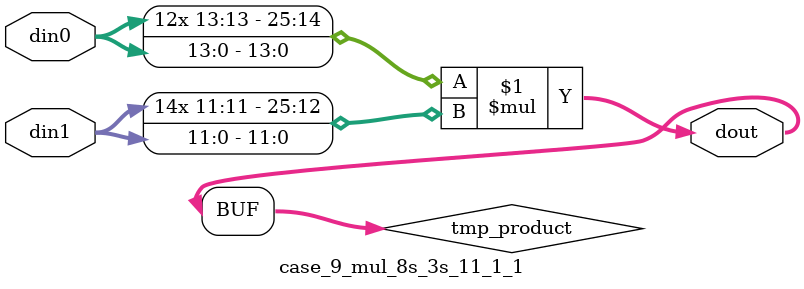
<source format=v>

`timescale 1 ns / 1 ps

 (* use_dsp = "no" *)  module case_9_mul_8s_3s_11_1_1(din0, din1, dout);
parameter ID = 1;
parameter NUM_STAGE = 0;
parameter din0_WIDTH = 14;
parameter din1_WIDTH = 12;
parameter dout_WIDTH = 26;

input [din0_WIDTH - 1 : 0] din0; 
input [din1_WIDTH - 1 : 0] din1; 
output [dout_WIDTH - 1 : 0] dout;

wire signed [dout_WIDTH - 1 : 0] tmp_product;



























assign tmp_product = $signed(din0) * $signed(din1);








assign dout = tmp_product;





















endmodule

</source>
